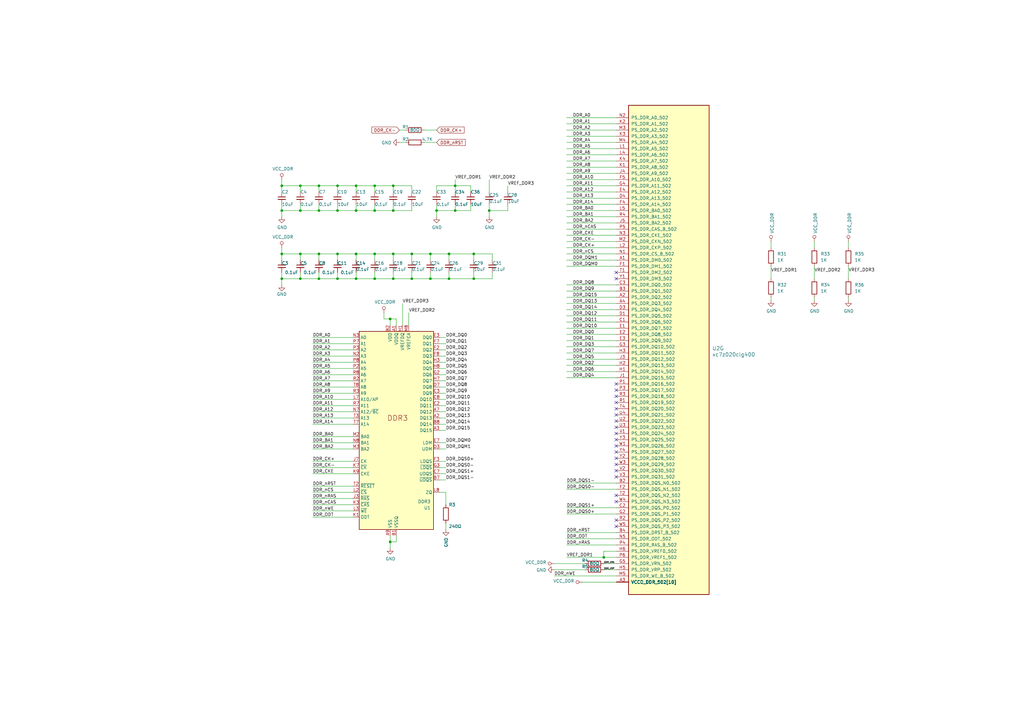
<source format=kicad_sch>
(kicad_sch (version 20220126) (generator eeschema)
  (paper "A3")
  (junction (at 161.29 86.36))
  (junction (at 138.43 114.3))
  (junction (at 200.66 86.36))
  (junction (at 115.57 114.3))
  (junction (at 123.19 114.3))
  (junction (at 161.29 104.14))
  (junction (at 123.19 76.2))
  (junction (at 168.91 114.3))
  (junction (at 168.91 104.14))
  (junction (at 153.67 114.3))
  (junction (at 130.81 86.36))
  (junction (at 115.57 104.14))
  (junction (at 161.29 114.3))
  (junction (at 184.15 104.14))
  (junction (at 138.43 104.14))
  (junction (at 123.19 104.14))
  (junction (at 115.57 86.36))
  (junction (at 160.02 130.81))
  (junction (at 146.05 86.36))
  (junction (at 123.19 86.36))
  (junction (at 194.31 114.3))
  (junction (at 153.67 104.14))
  (junction (at 115.57 76.2))
  (junction (at 160.02 222.25))
  (junction (at 146.05 114.3))
  (junction (at 161.29 76.2))
  (junction (at 138.43 86.36))
  (junction (at 186.69 86.36))
  (junction (at 179.07 86.36))
  (junction (at 176.53 114.3))
  (junction (at 184.15 114.3))
  (junction (at 153.67 86.36))
  (junction (at 130.81 76.2))
  (junction (at 176.53 104.14))
  (junction (at 194.31 104.14))
  (junction (at 138.43 76.2))
  (junction (at 186.69 76.2))
  (junction (at 130.81 104.14))
  (junction (at 247.65 228.6))
  (junction (at 130.81 114.3))
  (junction (at 153.67 76.2))
  (junction (at 146.05 76.2))
  (junction (at 146.05 104.14))
  (no_connect (at 252.73 165.1))
  (no_connect (at 252.73 195.58))
  (no_connect (at 252.73 111.76))
  (no_connect (at 252.73 203.2))
  (no_connect (at 252.73 162.56))
  (no_connect (at 252.73 187.96))
  (no_connect (at 252.73 172.72))
  (no_connect (at 252.73 185.42))
  (no_connect (at 252.73 157.48))
  (no_connect (at 252.73 180.34))
  (no_connect (at 252.73 182.88))
  (no_connect (at 252.73 193.04))
  (no_connect (at 252.73 114.3))
  (no_connect (at 252.73 167.64))
  (no_connect (at 252.73 170.18))
  (no_connect (at 252.73 175.26))
  (no_connect (at 252.73 213.36))
  (no_connect (at 252.73 190.5))
  (no_connect (at 252.73 160.02))
  (no_connect (at 252.73 177.8))
  (no_connect (at 252.73 215.9))
  (no_connect (at 252.73 205.74))
  (wire (pts (xy 232.41 86.36) (xy 252.73 86.36)))
  (wire (pts (xy 138.43 76.2) (xy 138.43 78.74)))
  (wire (pts (xy 232.41 200.66) (xy 252.73 200.66)))
  (wire (pts (xy 186.69 86.36) (xy 193.04 86.36)))
  (wire (pts (xy 232.41 55.88) (xy 252.73 55.88)))
  (wire (pts (xy 144.78 163.83) (xy 128.27 163.83)))
  (wire (pts (xy 144.78 166.37) (xy 128.27 166.37)))
  (wire (pts (xy 232.41 106.68) (xy 252.73 106.68)))
  (wire (pts (xy 208.28 86.36) (xy 208.28 83.82)))
  (wire (pts (xy 182.88 156.21) (xy 180.34 156.21)))
  (wire (pts (xy 200.66 86.36) (xy 200.66 83.82)))
  (wire (pts (xy 168.91 106.68) (xy 168.91 104.14)))
  (wire (pts (xy 252.73 233.68) (xy 247.65 233.68)))
  (wire (pts (xy 161.29 86.36) (xy 161.29 83.82)))
  (wire (pts (xy 232.41 154.94) (xy 252.73 154.94)))
  (wire (pts (xy 184.15 114.3) (xy 184.15 111.76)))
  (wire (pts (xy 176.53 106.68) (xy 176.53 104.14)))
  (wire (pts (xy 138.43 104.14) (xy 146.05 104.14)))
  (wire (pts (xy 153.67 106.68) (xy 153.67 104.14)))
  (wire (pts (xy 144.78 209.55) (xy 128.27 209.55)))
  (wire (pts (xy 123.19 86.36) (xy 130.81 86.36)))
  (wire (pts (xy 128.27 138.43) (xy 144.78 138.43)))
  (wire (pts (xy 153.67 76.2) (xy 153.67 78.74)))
  (wire (pts (xy 232.41 129.54) (xy 252.73 129.54)))
  (wire (pts (xy 168.91 114.3) (xy 176.53 114.3)))
  (wire (pts (xy 193.04 86.36) (xy 193.04 83.82)))
  (wire (pts (xy 186.69 86.36) (xy 186.69 83.82)))
  (wire (pts (xy 232.41 132.08) (xy 252.73 132.08)))
  (wire (pts (xy 232.41 208.28) (xy 252.73 208.28)))
  (wire (pts (xy 161.29 106.68) (xy 161.29 104.14)))
  (wire (pts (xy 123.19 76.2) (xy 130.81 76.2)))
  (wire (pts (xy 144.78 171.45) (xy 128.27 171.45)))
  (wire (pts (xy 179.07 86.36) (xy 186.69 86.36)))
  (wire (pts (xy 232.41 60.96) (xy 252.73 60.96)))
  (wire (pts (xy 232.41 127) (xy 252.73 127)))
  (wire (pts (xy 182.88 166.37) (xy 180.34 166.37)))
  (wire (pts (xy 123.19 114.3) (xy 130.81 114.3)))
  (wire (pts (xy 144.78 204.47) (xy 128.27 204.47)))
  (wire (pts (xy 161.29 76.2) (xy 168.91 76.2)))
  (wire (pts (xy 146.05 114.3) (xy 153.67 114.3)))
  (wire (pts (xy 316.23 101.6) (xy 316.23 99.06)))
  (wire (pts (xy 144.78 148.59) (xy 128.27 148.59)))
  (wire (pts (xy 232.41 63.5) (xy 252.73 63.5)))
  (wire (pts (xy 247.65 226.06) (xy 247.65 228.6)))
  (wire (pts (xy 227.33 233.68) (xy 240.03 233.68)))
  (wire (pts (xy 180.34 201.93) (xy 182.88 201.93)))
  (wire (pts (xy 232.41 149.86) (xy 252.73 149.86)))
  (wire (pts (xy 130.81 76.2) (xy 138.43 76.2)))
  (wire (pts (xy 247.65 228.6) (xy 252.73 228.6)))
  (wire (pts (xy 200.66 86.36) (xy 208.28 86.36)))
  (wire (pts (xy 153.67 114.3) (xy 161.29 114.3)))
  (wire (pts (xy 176.53 114.3) (xy 176.53 111.76)))
  (wire (pts (xy 184.15 114.3) (xy 194.31 114.3)))
  (wire (pts (xy 146.05 114.3) (xy 146.05 111.76)))
  (wire (pts (xy 227.33 236.22) (xy 252.73 236.22)))
  (wire (pts (xy 128.27 181.61) (xy 144.78 181.61)))
  (wire (pts (xy 232.41 81.28) (xy 252.73 81.28)))
  (wire (pts (xy 162.56 130.81) (xy 160.02 130.81)))
  (wire (pts (xy 130.81 76.2) (xy 130.81 78.74)))
  (wire (pts (xy 115.57 73.66) (xy 115.57 76.2)))
  (wire (pts (xy 144.78 153.67) (xy 128.27 153.67)))
  (wire (pts (xy 115.57 88.9) (xy 115.57 86.36)))
  (wire (pts (xy 123.19 76.2) (xy 123.19 78.74)))
  (wire (pts (xy 227.33 231.14) (xy 240.03 231.14)))
  (wire (pts (xy 130.81 106.68) (xy 130.81 104.14)))
  (wire (pts (xy 194.31 104.14) (xy 201.93 104.14)))
  (wire (pts (xy 232.41 152.4) (xy 252.73 152.4)))
  (wire (pts (xy 179.07 53.34) (xy 173.99 53.34)))
  (wire (pts (xy 347.98 109.22) (xy 347.98 114.3)))
  (wire (pts (xy 201.93 114.3) (xy 201.93 111.76)))
  (wire (pts (xy 179.07 78.74) (xy 179.07 76.2)))
  (wire (pts (xy 146.05 104.14) (xy 153.67 104.14)))
  (wire (pts (xy 232.41 139.7) (xy 252.73 139.7)))
  (wire (pts (xy 130.81 86.36) (xy 138.43 86.36)))
  (wire (pts (xy 168.91 86.36) (xy 168.91 83.82)))
  (wire (pts (xy 182.88 138.43) (xy 180.34 138.43)))
  (wire (pts (xy 182.88 146.05) (xy 180.34 146.05)))
  (wire (pts (xy 144.78 143.51) (xy 128.27 143.51)))
  (wire (pts (xy 115.57 76.2) (xy 115.57 78.74)))
  (wire (pts (xy 168.91 76.2) (xy 168.91 78.74)))
  (wire (pts (xy 334.01 109.22) (xy 334.01 114.3)))
  (wire (pts (xy 144.78 173.99) (xy 128.27 173.99)))
  (wire (pts (xy 144.78 156.21) (xy 128.27 156.21)))
  (wire (pts (xy 232.41 99.06) (xy 252.73 99.06)))
  (wire (pts (xy 232.41 83.82) (xy 252.73 83.82)))
  (wire (pts (xy 232.41 91.44) (xy 252.73 91.44)))
  (wire (pts (xy 182.88 158.75) (xy 180.34 158.75)))
  (wire (pts (xy 316.23 109.22) (xy 316.23 114.3)))
  (wire (pts (xy 208.28 76.2) (xy 208.28 78.74)))
  (wire (pts (xy 182.88 217.17) (xy 182.88 214.63)))
  (wire (pts (xy 182.88 194.31) (xy 180.34 194.31)))
  (wire (pts (xy 179.07 86.36) (xy 179.07 83.82)))
  (wire (pts (xy 232.41 144.78) (xy 252.73 144.78)))
  (wire (pts (xy 247.65 226.06) (xy 252.73 226.06)))
  (wire (pts (xy 232.41 58.42) (xy 252.73 58.42)))
  (wire (pts (xy 232.41 210.82) (xy 252.73 210.82)))
  (wire (pts (xy 144.78 158.75) (xy 128.27 158.75)))
  (wire (pts (xy 194.31 106.68) (xy 194.31 104.14)))
  (wire (pts (xy 182.88 196.85) (xy 180.34 196.85)))
  (wire (pts (xy 193.04 76.2) (xy 193.04 78.74)))
  (wire (pts (xy 162.56 222.25) (xy 160.02 222.25)))
  (wire (pts (xy 347.98 101.6) (xy 347.98 99.06)))
  (wire (pts (xy 182.88 161.29) (xy 180.34 161.29)))
  (wire (pts (xy 232.41 121.92) (xy 252.73 121.92)))
  (wire (pts (xy 115.57 76.2) (xy 123.19 76.2)))
  (wire (pts (xy 144.78 146.05) (xy 128.27 146.05)))
  (wire (pts (xy 144.78 161.29) (xy 128.27 161.29)))
  (wire (pts (xy 130.81 86.36) (xy 130.81 83.82)))
  (wire (pts (xy 334.01 101.6) (xy 334.01 99.06)))
  (wire (pts (xy 144.78 189.23) (xy 128.27 189.23)))
  (wire (pts (xy 123.19 104.14) (xy 130.81 104.14)))
  (wire (pts (xy 138.43 86.36) (xy 138.43 83.82)))
  (wire (pts (xy 144.78 184.15) (xy 128.27 184.15)))
  (wire (pts (xy 184.15 104.14) (xy 194.31 104.14)))
  (wire (pts (xy 153.67 86.36) (xy 161.29 86.36)))
  (wire (pts (xy 232.41 88.9) (xy 252.73 88.9)))
  (wire (pts (xy 182.88 153.67) (xy 180.34 153.67)))
  (wire (pts (xy 115.57 101.6) (xy 115.57 104.14)))
  (wire (pts (xy 157.48 130.81) (xy 160.02 130.81)))
  (wire (pts (xy 232.41 223.52) (xy 252.73 223.52)))
  (wire (pts (xy 146.05 106.68) (xy 146.05 104.14)))
  (wire (pts (xy 144.78 194.31) (xy 128.27 194.31)))
  (wire (pts (xy 115.57 114.3) (xy 123.19 114.3)))
  (wire (pts (xy 179.07 76.2) (xy 186.69 76.2)))
  (wire (pts (xy 247.65 231.14) (xy 252.73 231.14)))
  (wire (pts (xy 232.41 73.66) (xy 252.73 73.66)))
  (wire (pts (xy 123.19 86.36) (xy 123.19 83.82)))
  (wire (pts (xy 182.88 184.15) (xy 180.34 184.15)))
  (wire (pts (xy 334.01 121.92) (xy 334.01 123.19)))
  (wire (pts (xy 115.57 106.68) (xy 115.57 104.14)))
  (wire (pts (xy 238.76 238.76) (xy 252.73 238.76)))
  (wire (pts (xy 157.48 128.27) (xy 157.48 130.81)))
  (wire (pts (xy 232.41 198.12) (xy 252.73 198.12)))
  (wire (pts (xy 123.19 114.3) (xy 123.19 111.76)))
  (wire (pts (xy 138.43 86.36) (xy 146.05 86.36)))
  (wire (pts (xy 128.27 212.09) (xy 144.78 212.09)))
  (wire (pts (xy 144.78 168.91) (xy 128.27 168.91)))
  (wire (pts (xy 153.67 114.3) (xy 153.67 111.76)))
  (wire (pts (xy 182.88 171.45) (xy 180.34 171.45)))
  (wire (pts (xy 160.02 130.81) (xy 160.02 133.35)))
  (wire (pts (xy 115.57 104.14) (xy 123.19 104.14)))
  (wire (pts (xy 115.57 116.84) (xy 115.57 114.3)))
  (wire (pts (xy 123.19 106.68) (xy 123.19 104.14)))
  (wire (pts (xy 184.15 106.68) (xy 184.15 104.14)))
  (wire (pts (xy 144.78 179.07) (xy 128.27 179.07)))
  (wire (pts (xy 201.93 104.14) (xy 201.93 106.68)))
  (wire (pts (xy 186.69 73.66) (xy 186.69 76.2)))
  (wire (pts (xy 232.41 104.14) (xy 252.73 104.14)))
  (wire (pts (xy 115.57 114.3) (xy 115.57 111.76)))
  (wire (pts (xy 144.78 191.77) (xy 128.27 191.77)))
  (wire (pts (xy 182.88 176.53) (xy 180.34 176.53)))
  (wire (pts (xy 168.91 114.3) (xy 168.91 111.76)))
  (wire (pts (xy 182.88 140.97) (xy 180.34 140.97)))
  (wire (pts (xy 232.41 66.04) (xy 252.73 66.04)))
  (wire (pts (xy 179.07 58.42) (xy 173.99 58.42)))
  (wire (pts (xy 232.41 220.98) (xy 252.73 220.98)))
  (wire (pts (xy 182.88 201.93) (xy 182.88 207.01)))
  (wire (pts (xy 232.41 50.8) (xy 252.73 50.8)))
  (wire (pts (xy 138.43 114.3) (xy 146.05 114.3)))
  (wire (pts (xy 115.57 86.36) (xy 115.57 83.82)))
  (wire (pts (xy 161.29 114.3) (xy 161.29 111.76)))
  (wire (pts (xy 161.29 114.3) (xy 168.91 114.3)))
  (wire (pts (xy 153.67 104.14) (xy 161.29 104.14)))
  (wire (pts (xy 186.69 76.2) (xy 186.69 78.74)))
  (wire (pts (xy 146.05 76.2) (xy 146.05 78.74)))
  (wire (pts (xy 232.41 68.58) (xy 252.73 68.58)))
  (wire (pts (xy 160.02 222.25) (xy 160.02 219.71)))
  (wire (pts (xy 232.41 147.32) (xy 252.73 147.32)))
  (wire (pts (xy 347.98 121.92) (xy 347.98 123.19)))
  (wire (pts (xy 232.41 134.62) (xy 252.73 134.62)))
  (wire (pts (xy 144.78 207.01) (xy 128.27 207.01)))
  (wire (pts (xy 232.41 124.46) (xy 252.73 124.46)))
  (wire (pts (xy 232.41 93.98) (xy 252.73 93.98)))
  (wire (pts (xy 232.41 228.6) (xy 247.65 228.6)))
  (wire (pts (xy 179.07 86.36) (xy 179.07 88.9)))
  (wire (pts (xy 162.56 222.25) (xy 162.56 219.71)))
  (wire (pts (xy 232.41 78.74) (xy 252.73 78.74)))
  (wire (pts (xy 316.23 121.92) (xy 316.23 123.19)))
  (wire (pts (xy 161.29 86.36) (xy 168.91 86.36)))
  (wire (pts (xy 182.88 163.83) (xy 180.34 163.83)))
  (wire (pts (xy 232.41 71.12) (xy 252.73 71.12)))
  (wire (pts (xy 153.67 76.2) (xy 161.29 76.2)))
  (wire (pts (xy 232.41 218.44) (xy 252.73 218.44)))
  (wire (pts (xy 146.05 86.36) (xy 146.05 83.82)))
  (wire (pts (xy 182.88 173.99) (xy 180.34 173.99)))
  (wire (pts (xy 138.43 106.68) (xy 138.43 104.14)))
  (wire (pts (xy 146.05 76.2) (xy 153.67 76.2)))
  (wire (pts (xy 232.41 48.26) (xy 252.73 48.26)))
  (wire (pts (xy 146.05 86.36) (xy 153.67 86.36)))
  (wire (pts (xy 194.31 114.3) (xy 201.93 114.3)))
  (wire (pts (xy 176.53 104.14) (xy 184.15 104.14)))
  (wire (pts (xy 167.64 128.27) (xy 167.64 133.35)))
  (wire (pts (xy 232.41 96.52) (xy 252.73 96.52)))
  (wire (pts (xy 161.29 104.14) (xy 168.91 104.14)))
  (wire (pts (xy 144.78 140.97) (xy 128.27 140.97)))
  (wire (pts (xy 162.56 130.81) (xy 162.56 133.35)))
  (wire (pts (xy 232.41 76.2) (xy 252.73 76.2)))
  (wire (pts (xy 182.88 151.13) (xy 180.34 151.13)))
  (wire (pts (xy 130.81 104.14) (xy 138.43 104.14)))
  (wire (pts (xy 232.41 119.38) (xy 252.73 119.38)))
  (wire (pts (xy 138.43 114.3) (xy 138.43 111.76)))
  (wire (pts (xy 232.41 53.34) (xy 252.73 53.34)))
  (wire (pts (xy 161.29 76.2) (xy 161.29 78.74)))
  (wire (pts (xy 144.78 201.93) (xy 128.27 201.93)))
  (wire (pts (xy 194.31 114.3) (xy 194.31 111.76)))
  (wire (pts (xy 182.88 143.51) (xy 180.34 143.51)))
  (wire (pts (xy 182.88 181.61) (xy 180.34 181.61)))
  (wire (pts (xy 232.41 142.24) (xy 252.73 142.24)))
  (wire (pts (xy 144.78 199.39) (xy 128.27 199.39)))
  (wire (pts (xy 115.57 86.36) (xy 123.19 86.36)))
  (wire (pts (xy 138.43 76.2) (xy 146.05 76.2)))
  (wire (pts (xy 186.69 76.2) (xy 193.04 76.2)))
  (wire (pts (xy 144.78 151.13) (xy 128.27 151.13)))
  (wire (pts (xy 168.91 104.14) (xy 176.53 104.14)))
  (wire (pts (xy 182.88 189.23) (xy 180.34 189.23)))
  (wire (pts (xy 200.66 88.9) (xy 200.66 86.36)))
  (wire (pts (xy 160.02 224.79) (xy 160.02 222.25)))
  (wire (pts (xy 182.88 148.59) (xy 180.34 148.59)))
  (wire (pts (xy 153.67 86.36) (xy 153.67 83.82)))
  (wire (pts (xy 176.53 114.3) (xy 184.15 114.3)))
  (wire (pts (xy 130.81 114.3) (xy 130.81 111.76)))
  (wire (pts (xy 200.66 73.66) (xy 200.66 78.74)))
  (wire (pts (xy 182.88 168.91) (xy 180.34 168.91)))
  (wire (pts (xy 163.83 58.42) (xy 166.37 58.42)))
  (wire (pts (xy 165.1 124.46) (xy 165.1 133.35)))
  (wire (pts (xy 232.41 116.84) (xy 252.73 116.84)))
  (wire (pts (xy 232.41 137.16) (xy 252.73 137.16)))
  (wire (pts (xy 163.83 53.34) (xy 166.37 53.34)))
  (wire (pts (xy 232.41 109.22) (xy 252.73 109.22)))
  (wire (pts (xy 232.41 101.6) (xy 252.73 101.6)))
  (wire (pts (xy 182.88 191.77) (xy 180.34 191.77)))
  (wire (pts (xy 130.81 114.3) (xy 138.43 114.3)))
  (label "DDR_A12" (at 128.27 168.91 0))
  (label "DDR_DQM1" (at 182.88 184.15 0))
  (label "DDR_DQ5" (at 182.88 151.13 0))
  (label "DDR_A13" (at 234.95 81.28 0))
  (label "DDR_BA1" (at 128.27 181.61 0))
  (label "DDR_BA1" (at 234.95 88.9 0))
  (label "VREF_DDR1" (at 232.41 228.6 0))
  (label "DDR_DQ1" (at 182.88 140.97 0))
  (label "DDR_A0" (at 128.27 138.43 0))
  (label "DDR_nCAS" (at 128.27 207.01 0))
  (label "DDR_DQS0-" (at 182.88 191.77 0))
  (label "VREF_DDR3" (at 208.28 76.2 0))
  (label "DDR_nRAS" (at 128.27 204.47 0))
  (label "DDR_A14" (at 128.27 173.99 0))
  (label "DDR_DQ3" (at 234.95 142.24 0))
  (label "DDR_DQM0" (at 234.95 109.22 0))
  (label "DDR_DQS1-" (at 182.88 196.85 0))
  (label "VREF_DDR2" (at 334.01 111.76 0))
  (label "DDR_DQ10" (at 234.95 134.62 0))
  (label "DDR_A3" (at 128.27 146.05 0))
  (label "DDR_BA0" (at 234.95 86.36 0))
  (label "DDR_DQ6" (at 182.88 153.67 0))
  (label "DDR_A2" (at 234.95 53.34 0))
  (label "DDR_DQ13" (at 234.95 124.46 0))
  (label "DDR_VRP" (at 247.65 233.68 0) (effects (font (size 0.635 0.635))))
  (label "DDR_nRAS" (at 232.41 223.52 0))
  (label "DDR_nCS" (at 234.95 104.14 0))
  (label "DDR_CK-" (at 234.95 99.06 0))
  (label "DDR_nWE" (at 128.27 209.55 0))
  (label "DDR_A5" (at 128.27 151.13 0))
  (label "DDR_nCS" (at 128.27 201.93 0))
  (label "DDR_DQ4" (at 182.88 148.59 0))
  (label "DDR_A5" (at 234.95 60.96 0))
  (label "DDR_DQS1+" (at 182.88 194.31 0))
  (label "DDR_A11" (at 234.95 76.2 0))
  (label "DDR_nRST" (at 232.41 218.44 0))
  (label "DDR_DQ13" (at 182.88 171.45 0))
  (label "DDR_A13" (at 128.27 171.45 0))
  (label "DDR_A4" (at 128.27 148.59 0))
  (label "DDR_DQ11" (at 182.88 166.37 0))
  (label "DDR_BA2" (at 234.95 91.44 0))
  (label "DDR_DQ8" (at 234.95 116.84 0))
  (label "DDR_A4" (at 234.95 58.42 0))
  (label "DDR_DQ9" (at 182.88 161.29 0))
  (label "DDR_DQS0+" (at 182.88 189.23 0))
  (label "DDR_ODT" (at 232.41 220.98 0))
  (label "DDR_A0" (at 234.95 48.26 0))
  (label "DDR_DQ12" (at 182.88 168.91 0))
  (label "DDR_DQ15" (at 182.88 176.53 0))
  (label "DDR_CK+" (at 234.95 101.6 0))
  (label "DDR_A7" (at 128.27 156.21 0))
  (label "DDR_DQ0" (at 234.95 137.16 0))
  (label "DDR_DQ10" (at 182.88 163.83 0))
  (label "DDR_DQ11" (at 234.95 132.08 0))
  (label "DDR_DQ8" (at 182.88 158.75 0))
  (label "DDR_A1" (at 128.27 140.97 0))
  (label "DDR_A6" (at 128.27 153.67 0))
  (label "VREF_DDR2" (at 200.66 73.66 0))
  (label "DDR_DQ0" (at 182.88 138.43 0))
  (label "DDR_A6" (at 234.95 63.5 0))
  (label "DDR_DQ7" (at 182.88 156.21 0))
  (label "DDR_DQ14" (at 234.95 127 0))
  (label "DDR_DQ3" (at 182.88 146.05 0))
  (label "DDR_A8" (at 234.95 68.58 0))
  (label "VREF_DDR3" (at 165.1 124.46 0))
  (label "DDR_A10" (at 234.95 73.66 0))
  (label "DDR_A3" (at 234.95 55.88 0))
  (label "DDR_CK+" (at 128.27 189.23 0))
  (label "DDR_DQM1" (at 234.95 106.68 0))
  (label "DDR_CKE" (at 128.27 194.31 0))
  (label "DDR_DQS1-" (at 232.41 198.12 0))
  (label "VREF_DDR3" (at 347.98 111.7132 0))
  (label "DDR_CKE" (at 234.95 96.52 0))
  (label "VREF_DDR2" (at 167.64 128.27 0))
  (label "DDR_DQ14" (at 182.88 173.99 0))
  (label "DDR_A12" (at 234.95 78.74 0))
  (label "DDR_DQ5" (at 234.95 147.32 0))
  (label "DDR_DQ4" (at 234.95 154.94 0))
  (label "DDR_nCAS" (at 234.95 93.98 0))
  (label "DDR_A11" (at 128.27 166.37 0))
  (label "DDR_DQ2" (at 234.95 149.86 0))
  (label "DDR_A8" (at 128.27 158.75 0))
  (label "DDR_nWE" (at 227.33 236.22 0))
  (label "DDR_A9" (at 128.27 161.29 0))
  (label "DDR_DQS0+" (at 232.41 210.82 0))
  (label "DDR_DQ2" (at 182.88 143.51 0))
  (label "DDR_DQM0" (at 182.88 181.61 0))
  (label "DDR_A7" (at 234.95 66.04 0))
  (label "VREF_DDR1" (at 186.69 73.66 0))
  (label "DDR_CK-" (at 128.27 191.77 0))
  (label "DDR_DQ6" (at 234.95 152.4 0))
  (label "DDR_BA2" (at 128.27 184.15 0))
  (label "DDR_DQ15" (at 234.95 121.92 0))
  (label "DDR_VRN" (at 247.65 231.14 0) (effects (font (size 0.635 0.635))))
  (label "DDR_ODT" (at 128.27 212.09 0))
  (label "DDR_DQS0-" (at 232.41 200.66 0))
  (label "DDR_DQ9" (at 234.95 119.38 0))
  (label "DDR_DQ1" (at 234.95 139.7 0))
  (label "DDR_A14" (at 234.95 83.82 0))
  (label "DDR_A10" (at 128.27 163.83 0))
  (label "DDR_DQS1+" (at 232.41 208.28 0))
  (label "DDR_A9" (at 234.95 71.12 0))
  (label "VREF_DDR1" (at 316.23 111.76 0))
  (label "DDR_A1" (at 234.95 50.8 0))
  (label "DDR_BA0" (at 128.27 179.07 0))
  (label "DDR_DQ7" (at 234.95 144.78 0))
  (label "DDR_A2" (at 128.27 143.51 0))
  (label "DDR_nRST" (at 128.27 199.39 0))
  (label "DDR_DQ12" (at 234.95 129.54 0))
  (global_label "DDR_nRST" (shape input) (at 179.07 58.42 0) (property "Intersheet References" "${INTERSHEET_REFS}" (at 97.79 25.4 0)))
  (global_label "DDR_CK-" (shape input) (at 163.83 53.34 180) (property "Intersheet References" "${INTERSHEET_REFS}" (at 90.17 29.21 0)))
  (global_label "DDR_CK+" (shape input) (at 179.07 53.34 0) (property "Intersheet References" "${INTERSHEET_REFS}" (at 97.79 29.21 0)))
  (symbol (lib_id "7z010_ddr:xc7z020clg400") (at 252.73 48.26 0) (unit 7)
    (property "Reference" "U2" (at 292.1 142.875 0) (effects (font (size 1.524 1.524)) (justify left)))
    (property "Value" "xc7z020clg400" (at 292.1 145.415 0) (effects (font (size 1.524 1.524)) (justify left)))
    (property "Footprint" "Package_CSP_Local:Xilinx_CLG400_020_Delay" (effects hide))
  )
  (symbol (lib_id "Device:C_Small") (at 130.81 109.22 0) (unit 1)
    (property "Reference" "C8" (at 130.81 107.95 0) (effects (justify left)))
    (property "Value" "0.1uF" (at 132.08 111.76 0) (effects (justify left)))
    (property "Footprint" "Capacitor_SMD:C_0201_0603Metric" (effects hide))
  )
  (symbol (lib_id "Device:C_Small") (at 146.05 109.22 0) (unit 1)
    (property "Reference" "C14" (at 146.05 107.95 0) (effects (justify left)))
    (property "Value" "0.1uF" (at 146.05 110.49 0) (effects (justify left)))
    (property "Footprint" "Capacitor_SMD:C_0201_0603Metric" (effects hide))
  )
  (symbol (lib_id "7z010_ddr:VCC_DDR-power") (at 157.48 128.27 0) (unit 1)
    (property "Reference" "#PWR08" (effects hide))
    (property "Value" "VCC_DDR" (at 157.9118 123.8758 0))
  )
  (symbol (lib_id "Device:C_Small") (at 201.93 109.22 0) (unit 1)
    (property "Reference" "C31" (at 201.93 107.95 0) (effects (justify left)))
    (property "Value" "0.1uF" (at 201.93 110.49 0) (effects (justify left)))
    (property "Footprint" "Capacitor_SMD:C_0201_0603Metric" (effects hide))
  )
  (symbol (lib_id "Device:R") (at 243.84 231.14 270) (unit 1)
    (property "Reference" "R4" (at 240.03 229.87 90))
    (property "Value" "80Ω" (at 243.84 231.14 90))
    (property "Footprint" "Resistor_SMD:R_0201_0603Metric" (effects hide))
  )
  (symbol (lib_id "power:GND") (at 160.02 224.79 0) (unit 1)
    (property "Reference" "#PWR09" (effects hide))
    (property "Value" "GND" (at 160.147 229.1842 0))
  )
  (symbol (lib_id "power:GND") (at 179.07 88.9 0) (unit 1)
    (property "Reference" "#PWR015" (effects hide))
    (property "Value" "GND" (at 179.197 93.2942 0))
  )
  (symbol (lib_id "Device:C_Small") (at 153.67 109.22 0) (unit 1)
    (property "Reference" "C16" (at 153.67 107.95 0) (effects (justify left)))
    (property "Value" "0.1uF" (at 153.67 110.49 0) (effects (justify left)))
    (property "Footprint" "Capacitor_SMD:C_0201_0603Metric" (effects hide))
  )
  (symbol (lib_id "Device:R") (at 170.18 58.42 270) (unit 1)
    (property "Reference" "R2" (at 166.37 57.15 90))
    (property "Value" "4.7K" (at 175.26 57.15 90))
    (property "Footprint" "Resistor_SMD:R_0201_0603Metric" (effects hide))
  )
  (symbol (lib_id "power:GND") (at 200.66 88.9 0) (unit 1)
    (property "Reference" "#PWR012" (effects hide))
    (property "Value" "GND" (at 200.787 93.2942 0))
  )
  (symbol (lib_id "7z010_ddr:VCC_DDR-power") (at 238.76 238.76 90) (unit 1)
    (property "Reference" "#PWR021" (effects hide))
    (property "Value" "VCC_DDR" (at 235.5342 238.3028 90) (effects (justify left)))
  )
  (symbol (lib_id "Device:C_Small") (at 161.29 81.28 0) (unit 1)
    (property "Reference" "C19" (at 161.29 78.74 0) (effects (justify left)))
    (property "Value" "0.1uF" (at 161.29 83.82 0) (effects (justify left)))
    (property "Footprint" "Capacitor_SMD:C_0201_0603Metric" (effects hide))
  )
  (symbol (lib_id "7z010_ddr:VCC_DDR-power") (at 227.33 231.14 90) (unit 1)
    (property "Reference" "#PWR017" (effects hide))
    (property "Value" "VCC_DDR" (at 224.1042 230.6828 90) (effects (justify left)))
  )
  (symbol (lib_id "Device:C_Small") (at 176.53 109.22 0) (unit 1)
    (property "Reference" "C24" (at 176.53 107.95 0) (effects (justify left)))
    (property "Value" "0.1uF" (at 176.53 110.49 0) (effects (justify left)))
    (property "Footprint" "Capacitor_SMD:C_0201_0603Metric" (effects hide))
  )
  (symbol (lib_id "7z010_ddr:VCC_DDR-power") (at 334.01 99.06 0) (unit 1)
    (property "Reference" "#PWR0215" (effects hide))
    (property "Value" "VCC_DDR" (at 334.4672 95.8342 90) (effects (justify left)))
  )
  (symbol (lib_id "Device:C_Small") (at 208.28 81.28 0) (unit 1)
    (property "Reference" "C28" (at 208.28 80.01 0) (effects (justify left)))
    (property "Value" "10uF" (at 208.28 82.55 0) (effects (justify left)))
    (property "Footprint" "Capacitor_SMD:C_0402_1005Metric" (effects hide))
  )
  (symbol (lib_id "power:GND") (at 163.83 58.42 270) (unit 1)
    (property "Reference" "#PWR013" (effects hide))
    (property "Value" "GND" (at 160.5788 58.547 90) (effects (justify right)))
  )
  (symbol (lib_id "Device:C_Small") (at 138.43 81.28 0) (unit 1)
    (property "Reference" "C10" (at 138.43 78.74 0) (effects (justify left)))
    (property "Value" "10uF" (at 138.43 83.82 0) (effects (justify left)))
    (property "Footprint" "Capacitor_SMD:C_0402_1005Metric" (effects hide))
  )
  (symbol (lib_id "power:GND") (at 334.01 123.19 0) (unit 1)
    (property "Reference" "#PWR0214" (effects hide))
    (property "Value" "GND" (at 334.137 127.5842 0))
  )
  (symbol (lib_id "7z010_ddr:VCC_DDR-power") (at 316.23 99.06 0) (unit 1)
    (property "Reference" "#PWR0211" (effects hide))
    (property "Value" "VCC_DDR" (at 316.6872 95.8342 90) (effects (justify left)))
  )
  (symbol (lib_id "7z010_ddr:VCC_DDR-power") (at 115.57 101.6 0) (unit 1)
    (property "Reference" "#PWR06" (effects hide))
    (property "Value" "VCC_DDR" (at 116.0018 97.2058 0))
  )
  (symbol (lib_id "Device:C_Small") (at 193.04 81.28 0) (unit 1)
    (property "Reference" "C36" (at 193.04 78.74 0) (effects (justify left)))
    (property "Value" "10uF" (at 193.04 83.82 0) (effects (justify left)))
    (property "Footprint" "Capacitor_SMD:C_0402_1005Metric" (effects hide))
  )
  (symbol (lib_id "Device:R") (at 316.23 105.41 0) (unit 1)
    (property "Reference" "R31" (at 318.77 104.1399 0) (effects (justify left)))
    (property "Value" "1K" (at 318.77 106.6799 0) (effects (justify left)))
    (property "Footprint" "Resistor_SMD:R_0201_0603Metric" (effects hide))
  )
  (symbol (lib_id "7z010_ddr:AS4C256M16D3") (at 162.56 176.53 0) (unit 1)
    (property "Reference" "U1" (at 175.26 208.28 0))
    (property "Value" "DDR3" (at 173.99 205.74 0))
    (property "Footprint" "Package_BGA:BGA-96_9.0x13.0mm_Layout2x3x16_P0.8mm_NoPaste" (effects hide))
    (property "Datasheet" "https://www.alliancememory.com/wp-content/uploads/pdf/ddr3/4GB-AS4C256M16D3.pdf" (effects hide))
  )
  (symbol (lib_id "power:GND") (at 115.57 88.9 0) (unit 1)
    (property "Reference" "#PWR05" (effects hide))
    (property "Value" "GND" (at 115.697 93.2942 0))
  )
  (symbol (lib_id "Device:R") (at 243.84 233.68 270) (unit 1)
    (property "Reference" "R5" (at 240.03 232.41 90))
    (property "Value" "80Ω" (at 243.84 233.68 90))
    (property "Footprint" "Resistor_SMD:R_0201_0603Metric" (effects hide))
  )
  (symbol (lib_id "power:GND") (at 316.23 123.19 0) (unit 1)
    (property "Reference" "#PWR0212" (effects hide))
    (property "Value" "GND" (at 316.357 127.5842 0))
  )
  (symbol (lib_id "Device:C_Small") (at 115.57 81.28 0) (unit 1)
    (property "Reference" "C2" (at 115.57 78.74 0) (effects (justify left)))
    (property "Value" "10uF" (at 115.57 83.82 0) (effects (justify left)))
    (property "Footprint" "Capacitor_SMD:C_0402_1005Metric" (effects hide))
  )
  (symbol (lib_id "Device:C_Small") (at 184.15 109.22 0) (unit 1)
    (property "Reference" "C26" (at 184.15 107.95 0) (effects (justify left)))
    (property "Value" "0.1uF" (at 184.15 110.49 0) (effects (justify left)))
    (property "Footprint" "Capacitor_SMD:C_0201_0603Metric" (effects hide))
  )
  (symbol (lib_id "Device:C_Small") (at 115.57 109.22 0) (unit 1)
    (property "Reference" "C3" (at 115.57 107.95 0) (effects (justify left)))
    (property "Value" "0.1uF" (at 116.84 111.76 0) (effects (justify left)))
    (property "Footprint" "Capacitor_SMD:C_0201_0603Metric" (effects hide))
  )
  (symbol (lib_id "Device:R") (at 170.18 53.34 270) (unit 1)
    (property "Reference" "R1" (at 166.37 52.07 90))
    (property "Value" "80Ω" (at 170.18 53.34 90))
    (property "Footprint" "Resistor_SMD:R_0201_0603Metric" (effects hide))
  )
  (symbol (lib_id "Device:C_Small") (at 179.07 81.28 0) (unit 1)
    (property "Reference" "C33" (at 179.07 78.74 0) (effects (justify left)))
    (property "Value" "0.1uF" (at 179.07 83.82 0) (effects (justify left)))
    (property "Footprint" "Capacitor_SMD:C_0201_0603Metric" (effects hide))
  )
  (symbol (lib_id "Device:C_Small") (at 186.69 81.28 0) (unit 1)
    (property "Reference" "C34" (at 186.69 78.74 0) (effects (justify left)))
    (property "Value" "0.1uF" (at 186.69 83.82 0) (effects (justify left)))
    (property "Footprint" "Capacitor_SMD:C_0201_0603Metric" (effects hide))
  )
  (symbol (lib_id "Device:C_Small") (at 138.43 109.22 0) (unit 1)
    (property "Reference" "C11" (at 138.43 107.95 0) (effects (justify left)))
    (property "Value" "0.1uF" (at 139.7 111.76 0) (effects (justify left)))
    (property "Footprint" "Capacitor_SMD:C_0201_0603Metric" (effects hide))
  )
  (symbol (lib_id "Device:C_Small") (at 161.29 109.22 0) (unit 1)
    (property "Reference" "C18" (at 161.29 107.95 0) (effects (justify left)))
    (property "Value" "0.1uF" (at 161.29 110.49 0) (effects (justify left)))
    (property "Footprint" "Capacitor_SMD:C_0201_0603Metric" (effects hide))
  )
  (symbol (lib_id "7z010_ddr:VCC_DDR-power") (at 347.98 99.06 0) (unit 1)
    (property "Reference" "#PWR0217" (effects hide))
    (property "Value" "VCC_DDR" (at 348.4372 95.8342 90) (effects (justify left)))
  )
  (symbol (lib_id "Device:R") (at 316.23 118.11 0) (unit 1)
    (property "Reference" "R32" (at 318.77 116.8399 0) (effects (justify left)))
    (property "Value" "1K" (at 318.77 119.3799 0) (effects (justify left)))
    (property "Footprint" "Resistor_SMD:R_0201_0603Metric" (effects hide))
  )
  (symbol (lib_id "7z010_ddr:VCC_DDR-power") (at 115.57 73.66 0) (unit 1)
    (property "Reference" "#PWR04" (effects hide))
    (property "Value" "VCC_DDR" (at 116.0018 69.2658 0))
  )
  (symbol (lib_id "power:GND") (at 227.33 233.68 270) (unit 1)
    (property "Reference" "#PWR018" (effects hide))
    (property "Value" "GND" (at 224.0788 233.807 90) (effects (justify right)))
  )
  (symbol (lib_id "power:GND") (at 115.57 116.84 0) (unit 1)
    (property "Reference" "#PWR07" (effects hide))
    (property "Value" "GND" (at 115.57 120.65 0))
  )
  (symbol (lib_id "Device:C_Small") (at 130.81 81.28 0) (unit 1)
    (property "Reference" "C7" (at 130.81 78.74 0) (effects (justify left)))
    (property "Value" "0.1uF" (at 130.81 83.82 0) (effects (justify left)))
    (property "Footprint" "Capacitor_SMD:C_0201_0603Metric" (effects hide))
  )
  (symbol (lib_id "Device:C_Small") (at 168.91 81.28 0) (unit 1)
    (property "Reference" "C22" (at 168.91 78.74 0) (effects (justify left)))
    (property "Value" "10uF" (at 168.91 83.82 0) (effects (justify left)))
    (property "Footprint" "Capacitor_SMD:C_0402_1005Metric" (effects hide))
  )
  (symbol (lib_id "power:GND") (at 347.98 123.19 0) (unit 1)
    (property "Reference" "#PWR0216" (effects hide))
    (property "Value" "GND" (at 348.107 127.5842 0))
  )
  (symbol (lib_id "Device:C_Small") (at 194.31 109.22 0) (unit 1)
    (property "Reference" "C29" (at 194.31 107.95 0) (effects (justify left)))
    (property "Value" "10uF" (at 194.31 110.49 0) (effects (justify left)))
    (property "Footprint" "Capacitor_SMD:C_0402_1005Metric" (effects hide))
  )
  (symbol (lib_id "Device:R") (at 347.98 118.11 0) (unit 1)
    (property "Reference" "R36" (at 350.52 116.8399 0) (effects (justify left)))
    (property "Value" "1K" (at 350.52 119.3799 0) (effects (justify left)))
    (property "Footprint" "Resistor_SMD:R_0201_0603Metric" (effects hide))
  )
  (symbol (lib_id "Device:R") (at 182.88 210.82 180) (unit 1)
    (property "Reference" "R3" (at 185.42 207.01 0))
    (property "Value" "240Ω" (at 186.69 215.9 0))
    (property "Footprint" "Resistor_SMD:R_0201_0603Metric" (effects hide))
  )
  (symbol (lib_id "Device:C_Small") (at 146.05 81.28 0) (unit 1)
    (property "Reference" "C13" (at 146.05 78.74 0) (effects (justify left)))
    (property "Value" "10uF" (at 146.05 83.82 0) (effects (justify left)))
    (property "Footprint" "Capacitor_SMD:C_0402_1005Metric" (effects hide))
  )
  (symbol (lib_id "Device:C_Small") (at 153.67 81.28 0) (unit 1)
    (property "Reference" "C15" (at 153.67 78.74 0) (effects (justify left)))
    (property "Value" "0.1uF" (at 153.67 83.82 0) (effects (justify left)))
    (property "Footprint" "Capacitor_SMD:C_0201_0603Metric" (effects hide))
  )
  (symbol (lib_id "power:GND") (at 182.88 217.17 0) (unit 1)
    (property "Reference" "#PWR016" (effects hide))
    (property "Value" "GND" (at 183.007 220.4212 90) (effects (justify right)))
  )
  (symbol (lib_id "Device:C_Small") (at 168.91 109.22 0) (unit 1)
    (property "Reference" "C21" (at 168.91 107.95 0) (effects (justify left)))
    (property "Value" "0.1uF" (at 168.91 110.49 0) (effects (justify left)))
    (property "Footprint" "Capacitor_SMD:C_0201_0603Metric" (effects hide))
  )
  (symbol (lib_id "Device:R") (at 334.01 118.11 0) (unit 1)
    (property "Reference" "R34" (at 336.55 116.8399 0) (effects (justify left)))
    (property "Value" "1K" (at 336.55 119.3799 0) (effects (justify left)))
    (property "Footprint" "Resistor_SMD:R_0201_0603Metric" (effects hide))
  )
  (symbol (lib_id "Device:R") (at 334.01 105.41 0) (unit 1)
    (property "Reference" "R33" (at 336.55 104.1399 0) (effects (justify left)))
    (property "Value" "1K" (at 336.55 106.6799 0) (effects (justify left)))
    (property "Footprint" "Resistor_SMD:R_0201_0603Metric" (effects hide))
  )
  (symbol (lib_id "Device:C_Small") (at 200.66 81.28 0) (unit 1)
    (property "Reference" "C25" (at 200.66 80.01 0) (effects (justify left)))
    (property "Value" "0.1uF" (at 200.66 82.55 0) (effects (justify left)))
    (property "Footprint" "Capacitor_SMD:C_0201_0603Metric" (effects hide))
  )
  (symbol (lib_id "Device:C_Small") (at 123.19 109.22 0) (unit 1)
    (property "Reference" "C5" (at 123.19 107.95 0) (effects (justify left)))
    (property "Value" "0.1uF" (at 124.46 111.76 0) (effects (justify left)))
    (property "Footprint" "Capacitor_SMD:C_0201_0603Metric" (effects hide))
  )
  (symbol (lib_id "Device:R") (at 347.98 105.41 0) (unit 1)
    (property "Reference" "R35" (at 350.52 104.1399 0) (effects (justify left)))
    (property "Value" "1K" (at 350.52 106.6799 0) (effects (justify left)))
    (property "Footprint" "Resistor_SMD:R_0201_0603Metric" (effects hide))
  )
  (symbol (lib_id "Device:C_Small") (at 123.19 81.28 0) (unit 1)
    (property "Reference" "C4" (at 123.19 78.74 0) (effects (justify left)))
    (property "Value" "0.1uF" (at 123.19 83.82 0) (effects (justify left)))
    (property "Footprint" "Capacitor_SMD:C_0201_0603Metric" (effects hide))
  )
)
</source>
